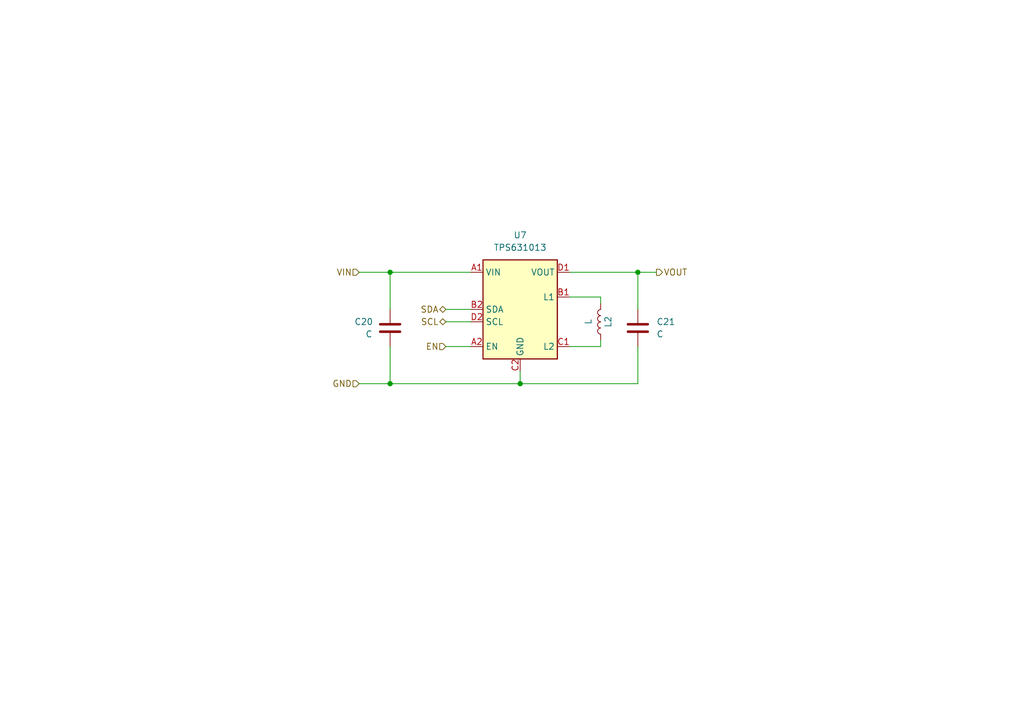
<source format=kicad_sch>
(kicad_sch (version 20231120) (generator "eeschema") (generator_version "8.0")
  (paper "A5")
  (lib_symbols
    (symbol "Device:C" (pin_numbers hide) (pin_names (offset 0.254))
      (property "Reference" "C" (at 0.635 2.54 0))
      (property "Value" "C" (at 0.635 -2.54 0))
      (symbol "C_0_1"
        (polyline (pts (xy -2.032 -0.762) (xy 2.032 -0.762)) (stroke (width 0.508)))
        (polyline (pts (xy -2.032 0.762) (xy 2.032 0.762)) (stroke (width 0.508)))
      )
      (symbol "C_1_1"
        (pin passive line (at 0 3.81 270) (length 2.794) (name "~") (number "1"))
        (pin passive line (at 0 -3.81 90) (length 2.794) (name "~") (number "2"))
      )
    )
    (symbol "Device:L" (pin_numbers hide) (pin_names (offset 1.016) hide)
      (property "Reference" "L" (at -1.27 0 90))
      (property "Value" "L" (at 1.905 0 90))
      (symbol "L_0_1"
        (arc (start 0 -2.54) (mid 0.6323 -1.905) (end 0 -1.27))
        (arc (start 0 -1.27) (mid 0.6323 -0.635) (end 0 0))
        (arc (start 0 0) (mid 0.6323 0.635) (end 0 1.27))
        (arc (start 0 1.27) (mid 0.6323 1.905) (end 0 2.54))
      )
      (symbol "L_1_1"
        (pin passive line (at 0 3.81 270) (length 1.27) (name "1") (number "1"))
        (pin passive line (at 0 -3.81 90) (length 1.27) (name "2") (number "2"))
      )
    )
    (symbol "PowerFeather_KiCAD_Lib:TPS631013"
      (property "Reference" "U" (at -0.762 14.478 0))
      (property "Value" "TPS631013" (at 0 11.938 0))
      (symbol "TPS631013_0_1"
        (rectangle (start -7.62 10.16) (end 7.62 -10.16) (stroke (width 0.254)) (fill (type background)))
      )
      (symbol "TPS631013_1_1"
        (pin power_in line (at -10.16 7.62 0) (length 2.54) (name "VIN") (number "A1"))
        (pin input line (at -10.16 -7.62 0) (length 2.54) (name "EN") (number "A2"))
        (pin input line (at 10.16 2.54 180) (length 2.54) (name "L1") (number "B1"))
        (pin input line (at -10.16 0 0) (length 2.54) (name "SDA") (number "B2"))
        (pin input line (at 10.16 -7.62 180) (length 2.54) (name "L2") (number "C1"))
        (pin power_in line (at 0 -12.7 90) (length 2.54) (name "GND") (number "C2"))
        (pin power_out line (at 10.16 7.62 180) (length 2.54) (name "VOUT") (number "D1"))
        (pin input line (at -10.16 -2.54 0) (length 2.54) (name "SCL") (number "D2"))
      )
    )
  )
  (junction (at 106.68 78.74))
  (junction (at 130.81 55.88))
  (junction (at 80.01 55.88))
  (junction (at 80.01 78.74))
  (wire (pts (xy 116.84 71.12) (xy 123.19 71.12)))
  (wire (pts (xy 80.01 78.74) (xy 106.68 78.74)))
  (wire (pts (xy 134.62 55.88) (xy 130.81 55.88)))
  (wire (pts (xy 80.01 71.12) (xy 80.01 78.74)))
  (wire (pts (xy 91.44 63.5) (xy 96.52 63.5)))
  (wire (pts (xy 91.44 71.12) (xy 96.52 71.12)))
  (wire (pts (xy 80.01 55.88) (xy 80.01 63.5)))
  (wire (pts (xy 130.81 71.12) (xy 130.81 78.74)))
  (wire (pts (xy 123.19 60.96) (xy 123.19 62.23)))
  (wire (pts (xy 123.19 71.12) (xy 123.19 69.85)))
  (wire (pts (xy 91.44 66.04) (xy 96.52 66.04)))
  (wire (pts (xy 106.68 78.74) (xy 130.81 78.74)))
  (wire (pts (xy 116.84 60.96) (xy 123.19 60.96)))
  (wire (pts (xy 106.68 76.2) (xy 106.68 78.74)))
  (wire (pts (xy 130.81 55.88) (xy 130.81 63.5)))
  (wire (pts (xy 73.66 55.88) (xy 80.01 55.88)))
  (wire (pts (xy 116.84 55.88) (xy 130.81 55.88)))
  (wire (pts (xy 73.66 78.74) (xy 80.01 78.74)))
  (wire (pts (xy 80.01 55.88) (xy 96.52 55.88)))
  (hierarchical_label "VIN" (shape input) (at 73.66 55.88 180))
  (hierarchical_label "SDA" (shape bidirectional) (at 91.44 63.5 180))
  (hierarchical_label "EN" (shape input) (at 91.44 71.12 180))
  (hierarchical_label "SCL" (shape bidirectional) (at 91.44 66.04 180))
  (hierarchical_label "GND" (shape input) (at 73.66 78.74 180))
  (hierarchical_label "VOUT" (shape output) (at 134.62 55.88 0))
  (symbol (lib_id "Device:C") (at 80.01 67.31 0) (unit 1)
    (property "Reference" "C20" (at 72.644 66.04 0) (effects (justify left)))
    (property "Value" "C" (at 74.93 68.58 0) (effects (justify left)))
    (property "Description" "Unpolarized capacitor" (effects (hide yes)))
  )
  (symbol (lib_id "Device:C") (at 130.81 67.31 0) (unit 1)
    (property "Reference" "C21" (at 134.62 66.0399 0) (effects (justify left)))
    (property "Value" "C" (at 134.62 68.5799 0) (effects (justify left)))
    (property "Description" "Unpolarized capacitor" (effects (hide yes)))
  )
  (symbol (lib_id "PowerFeather_KiCAD_Lib:TPS631013") (at 106.68 63.5 0) (unit 1)
    (property "Reference" "U7" (at 106.68 48.26 0))
    (property "Value" "TPS631013" (at 106.68 50.8 0))
  )
  (symbol (lib_id "Device:L") (at 123.19 66.04 180) (unit 1)
    (property "Reference" "L2" (at 124.714 66.04 90))
    (property "Value" "L" (at 120.65 66.04 90))
    (property "Description" "Inductor" (effects (hide yes)))
  )
)
</source>
